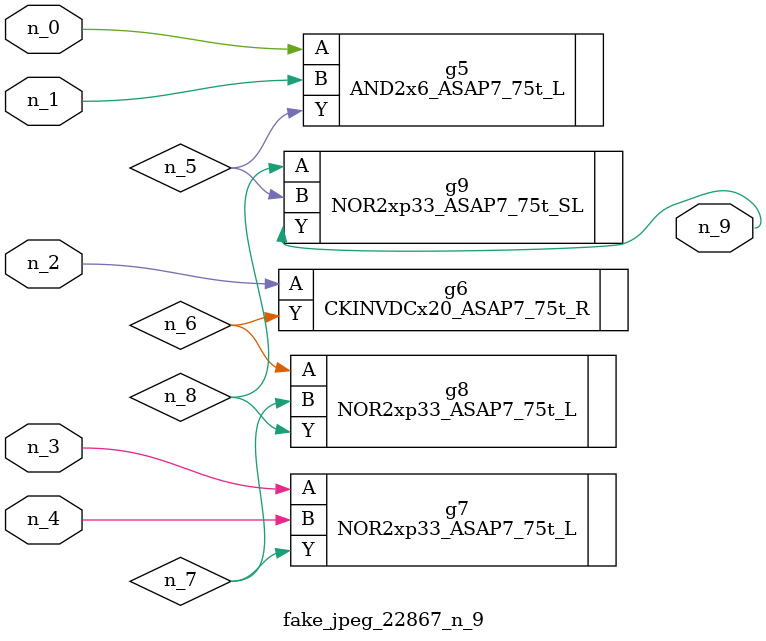
<source format=v>
module fake_jpeg_22867_n_9 (n_3, n_2, n_1, n_0, n_4, n_9);

input n_3;
input n_2;
input n_1;
input n_0;
input n_4;

output n_9;

wire n_8;
wire n_6;
wire n_5;
wire n_7;

AND2x6_ASAP7_75t_L g5 ( 
.A(n_0),
.B(n_1),
.Y(n_5)
);

CKINVDCx20_ASAP7_75t_R g6 ( 
.A(n_2),
.Y(n_6)
);

NOR2xp33_ASAP7_75t_L g7 ( 
.A(n_3),
.B(n_4),
.Y(n_7)
);

NOR2xp33_ASAP7_75t_L g8 ( 
.A(n_6),
.B(n_7),
.Y(n_8)
);

NOR2xp33_ASAP7_75t_SL g9 ( 
.A(n_8),
.B(n_5),
.Y(n_9)
);


endmodule
</source>
